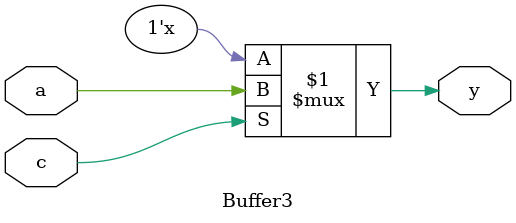
<source format=v>
module Buffer3(a,c,y);
	input a,c;
	output y;
	assign y= c ? a : 1'bz;	
endmodule
</source>
